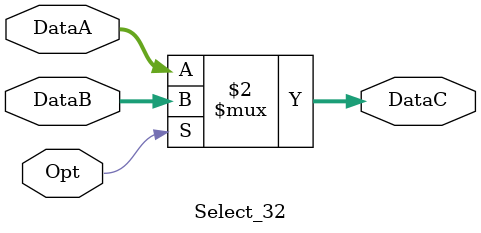
<source format=v>
`timescale 1ns / 1ps



module Select_32(
    input Opt,
    input[31:0] DataA,
    input[31:0] DataB,
    output[31:0] DataC
    );
  assign DataC = (Opt == 1'b0 ? DataA : DataB);
endmodule
</source>
